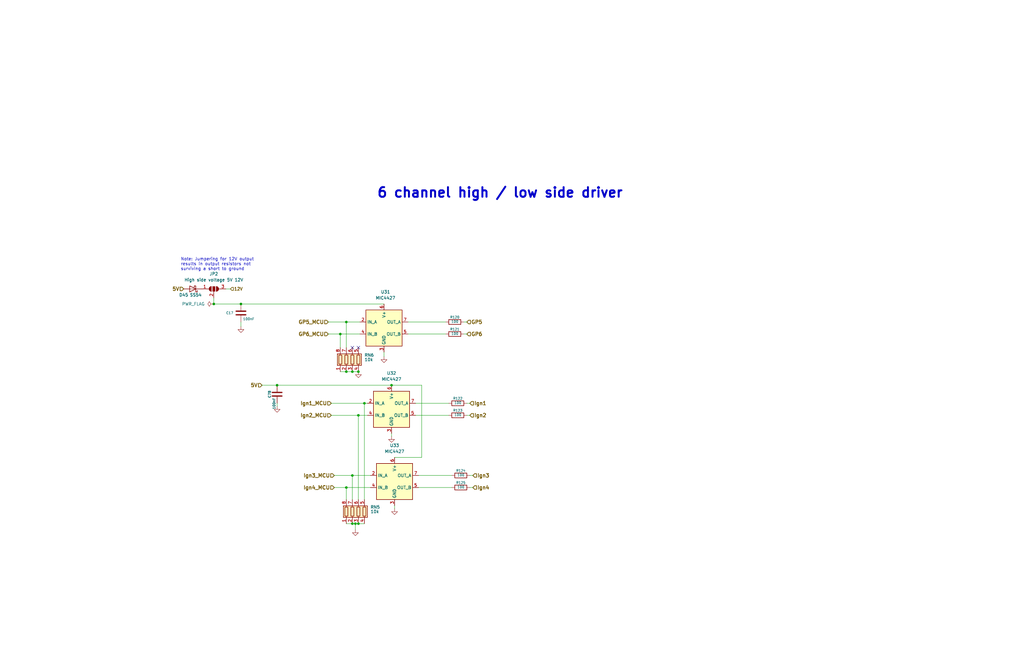
<source format=kicad_sch>
(kicad_sch (version 20211123) (generator eeschema)
  (paper "B")
  (title_block (title "microRusEFI-2L") (date "2022-05-04") (rev "R0.6.1RC") (company "rusEFI.com") (comment 1 "Donald Becker") (comment 2 "AI6OD") (comment 3 "by JRD McLAREN"))
  (lib_symbols
    (symbol "Device:C" (pin_numbers hide) (pin_names (offset 0.254))
      (property "Reference" "C" (at 0.635 2.54 0))
      (property "Value" "C" (at 0.635 -2.54 0))
      (symbol "C_0_1"
        (polyline (pts (xy -2.032 -0.762) (xy 2.032 -0.762)) (stroke (width 0.508)))
        (polyline (pts (xy -2.032 0.762) (xy 2.032 0.762)) (stroke (width 0.508)))
      )
      (symbol "C_1_1"
        (pin passive line (at 0 3.81 270) (length 2.794) (name "~") (number "1"))
        (pin passive line (at 0 -3.81 90) (length 2.794) (name "~") (number "2"))
      )
    )
    (symbol "Device:R" (pin_numbers hide) (pin_names (offset 0))
      (property "Reference" "R" (at 2.032 0 90))
      (property "Value" "R" (at 0 0 90))
      (symbol "R_0_1"
        (rectangle (start -1.016 -2.54) (end 1.016 2.54) (stroke (width 0.254)))
      )
      (symbol "R_1_1"
        (pin passive line (at 0 3.81 270) (length 1.27) (name "~") (number "1"))
        (pin passive line (at 0 -3.81 90) (length 1.27) (name "~") (number "2"))
      )
    )
    (symbol "Device:R_Pack04" (pin_names (offset 0) hide)
      (property "Reference" "RN" (at -7.62 0 90))
      (property "Value" "R_Pack04" (at 5.08 0 90))
      (symbol "R_Pack04_0_1"
        (rectangle (start -6.35 -2.413) (end 3.81 2.413) (stroke (width 0.254)) (fill (type background)))
        (rectangle (start -5.715 1.905) (end -4.445 -1.905) (stroke (width 0.254)))
        (rectangle (start -3.175 1.905) (end -1.905 -1.905) (stroke (width 0.254)))
        (rectangle (start -0.635 1.905) (end 0.635 -1.905) (stroke (width 0.254)))
        (polyline (pts (xy -5.08 -2.54) (xy -5.08 -1.905)))
        (polyline (pts (xy -5.08 1.905) (xy -5.08 2.54)))
        (polyline (pts (xy -2.54 -2.54) (xy -2.54 -1.905)))
        (polyline (pts (xy -2.54 1.905) (xy -2.54 2.54)))
        (polyline (pts (xy 0 -2.54) (xy 0 -1.905)))
        (polyline (pts (xy 0 1.905) (xy 0 2.54)))
        (polyline (pts (xy 2.54 -2.54) (xy 2.54 -1.905)))
        (polyline (pts (xy 2.54 1.905) (xy 2.54 2.54)))
        (rectangle (start 1.905 1.905) (end 3.175 -1.905) (stroke (width 0.254)))
      )
      (symbol "R_Pack04_1_1"
        (pin passive line (at -5.08 -5.08 90) (length 2.54) (name "R1.1") (number "1"))
        (pin passive line (at -2.54 -5.08 90) (length 2.54) (name "R2.1") (number "2"))
        (pin passive line (at 0 -5.08 90) (length 2.54) (name "R3.1") (number "3"))
        (pin passive line (at 2.54 -5.08 90) (length 2.54) (name "R4.1") (number "4"))
        (pin passive line (at 2.54 5.08 270) (length 2.54) (name "R4.2") (number "5"))
        (pin passive line (at 0 5.08 270) (length 2.54) (name "R3.2") (number "6"))
        (pin passive line (at -2.54 5.08 270) (length 2.54) (name "R2.2") (number "7"))
        (pin passive line (at -5.08 5.08 270) (length 2.54) (name "R1.2") (number "8"))
      )
    )
    (symbol "Diode:B340" (pin_numbers hide) (pin_names (offset 1.016) hide)
      (property "Reference" "D" (at 0 2.54 0))
      (property "Value" "B340" (at 0 -2.54 0))
      (symbol "B340_0_1"
        (polyline (pts (xy 1.27 0) (xy -1.27 0)))
        (polyline (pts (xy 1.27 1.27) (xy 1.27 -1.27) (xy -1.27 0) (xy 1.27 1.27)) (stroke (width 0.254)))
        (polyline (pts (xy -1.905 0.635) (xy -1.905 1.27) (xy -1.27 1.27) (xy -1.27 -1.27) (xy -0.635 -1.27) (xy -0.635 -0.635)) (stroke (width 0.254)))
      )
      (symbol "B340_1_1"
        (pin passive line (at -3.81 0 0) (length 2.54) (name "K") (number "1"))
        (pin passive line (at 3.81 0 180) (length 2.54) (name "A") (number "2"))
      )
    )
    (symbol "Driver_FET:MIC4427"
      (property "Reference" "U" (at -7.62 8.89 0))
      (property "Value" "MIC4427" (at 1.27 8.89 0))
      (symbol "MIC4427_0_1"
        (rectangle (start -7.62 -7.62) (end 7.62 7.62) (stroke (width 0.254)) (fill (type background)))
      )
      (symbol "MIC4427_1_1"
        (pin no_connect line (at -7.62 0 0) (length 2.54) hide (name "NC") (number "1"))
        (pin input line (at -10.16 2.54 0) (length 2.54) (name "IN_A") (number "2"))
        (pin power_in line (at 0 -10.16 90) (length 2.54) (name "GND") (number "3"))
        (pin input line (at -10.16 -2.54 0) (length 2.54) (name "IN_B") (number "4"))
        (pin output line (at 10.16 -2.54 180) (length 2.54) (name "OUT_B") (number "5"))
        (pin power_in line (at 0 10.16 270) (length 2.54) (name "V+") (number "6"))
        (pin output line (at 10.16 2.54 180) (length 2.54) (name "OUT_A") (number "7"))
        (pin no_connect line (at 7.62 0 180) (length 2.54) hide (name "NC") (number "8"))
      )
    )
    (symbol "Jumper:SolderJumper_3_Open" (pin_names (offset 0) hide)
      (property "Reference" "JP" (at -2.54 -2.54 0))
      (property "Value" "SolderJumper_3_Open" (at 0 2.794 0))
      (symbol "SolderJumper_3_Open_0_1"
        (arc (start -1.016 1.016) (mid -2.032 0) (end -1.016 -1.016))
        (arc (start -1.016 1.016) (mid -2.032 0) (end -1.016 -1.016) (fill (type outline)))
        (rectangle (start -0.508 1.016) (end 0.508 -1.016) (fill (type outline)))
        (polyline (pts (xy -2.54 0) (xy -2.032 0)))
        (polyline (pts (xy -1.016 1.016) (xy -1.016 -1.016)))
        (polyline (pts (xy 0 -1.27) (xy 0 -1.016)))
        (polyline (pts (xy 1.016 1.016) (xy 1.016 -1.016)))
        (polyline (pts (xy 2.54 0) (xy 2.032 0)))
        (arc (start 1.016 -1.016) (mid 2.032 0) (end 1.016 1.016))
        (arc (start 1.016 -1.016) (mid 2.032 0) (end 1.016 1.016) (fill (type outline)))
      )
      (symbol "SolderJumper_3_Open_1_1"
        (pin passive line (at -5.08 0 0) (length 2.54) (name "A") (number "1"))
        (pin input line (at 0 -3.81 90) (length 2.54) (name "C") (number "2"))
        (pin passive line (at 5.08 0 180) (length 2.54) (name "B") (number "3"))
      )
    )
    (symbol "power:GND" (power) (pin_names (offset 0))
      (property "Value" "GND" (at 0 -3.81 0))
      (symbol "GND_0_1"
        (polyline (pts (xy 0 0) (xy 0 -1.27) (xy 1.27 -1.27) (xy 0 -2.54) (xy -1.27 -1.27) (xy 0 -1.27)))
      )
      (symbol "GND_1_1"
        (pin power_in line (at 0 0 270) (length 0) hide (name "GND") (number "1"))
      )
    )
    (symbol "power:PWR_FLAG" (power) (pin_numbers hide) (pin_names (offset 0) hide)
      (property "Value" "PWR_FLAG" (at 0 3.81 0))
      (symbol "PWR_FLAG_0_0"
        (pin power_out line (at 0 0 90) (length 0) (name "pwr") (number "1"))
      )
      (symbol "PWR_FLAG_0_1"
        (polyline (pts (xy 0 0) (xy 0 1.27) (xy -1.016 1.905) (xy 0 2.54) (xy 1.016 1.905) (xy 0 1.27)))
      )
    )
  )
  (junction (at 116.84 162.56))
  (junction (at 148.59 156.845))
  (junction (at 151.13 220.98))
  (junction (at 151.13 156.845))
  (junction (at 143.51 140.97))
  (junction (at 149.86 220.98))
  (junction (at 165.1 162.56))
  (junction (at 146.05 135.89))
  (junction (at 101.6 128.27))
  (junction (at 146.05 156.845))
  (junction (at 151.13 175.26))
  (junction (at 153.67 170.18))
  (junction (at 90.17 128.27))
  (junction (at 146.05 205.74))
  (junction (at 148.59 220.98))
  (junction (at 148.59 200.66))
  (no_connect (at 148.59 146.685))
  (no_connect (at 151.13 146.685))
  (wire (pts (xy 146.05 205.74) (xy 156.21 205.74)))
  (wire (pts (xy 196.85 170.18) (xy 198.12 170.18)))
  (wire (pts (xy 198.12 200.66) (xy 199.39 200.66)))
  (wire (pts (xy 176.53 205.74) (xy 190.5 205.74)))
  (wire (pts (xy 90.17 128.27) (xy 101.6 128.27)))
  (wire (pts (xy 198.12 205.74) (xy 199.39 205.74)))
  (wire (pts (xy 95.25 121.92) (xy 97.155 121.92)))
  (wire (pts (xy 177.8 162.56) (xy 165.1 162.56)))
  (wire (pts (xy 161.925 148.59) (xy 161.925 150.495)))
  (wire (pts (xy 196.85 175.26) (xy 198.12 175.26)))
  (wire (pts (xy 172.085 135.89) (xy 187.96 135.89)))
  (wire (pts (xy 195.58 135.89) (xy 196.85 135.89)))
  (wire (pts (xy 148.59 200.66) (xy 148.59 210.82)))
  (wire (pts (xy 176.53 200.66) (xy 190.5 200.66)))
  (wire (pts (xy 138.43 140.97) (xy 143.51 140.97)))
  (wire (pts (xy 110.49 162.56) (xy 116.84 162.56)))
  (wire (pts (xy 139.7 170.18) (xy 153.67 170.18)))
  (wire (pts (xy 101.6 135.89) (xy 101.6 137.795)))
  (wire (pts (xy 166.37 213.36) (xy 166.37 214.63)))
  (wire (pts (xy 139.7 175.26) (xy 151.13 175.26)))
  (wire (pts (xy 143.51 140.97) (xy 143.51 146.685)))
  (wire (pts (xy 153.67 170.18) (xy 153.67 210.82)))
  (wire (pts (xy 140.97 205.74) (xy 146.05 205.74)))
  (wire (pts (xy 90.17 125.73) (xy 90.17 128.27)))
  (wire (pts (xy 175.26 170.18) (xy 189.23 170.18)))
  (wire (pts (xy 140.97 200.66) (xy 148.59 200.66)))
  (wire (pts (xy 165.1 182.88) (xy 165.1 184.15)))
  (wire (pts (xy 154.94 170.18) (xy 153.67 170.18)))
  (wire (pts (xy 138.43 135.89) (xy 146.05 135.89)))
  (wire (pts (xy 151.13 175.26) (xy 151.13 210.82)))
  (wire (pts (xy 116.84 162.56) (xy 165.1 162.56)))
  (wire (pts (xy 151.13 175.26) (xy 154.94 175.26)))
  (wire (pts (xy 146.05 205.74) (xy 146.05 210.82)))
  (wire (pts (xy 156.21 200.66) (xy 148.59 200.66)))
  (wire (pts (xy 143.51 140.97) (xy 151.765 140.97)))
  (wire (pts (xy 116.84 170.18) (xy 116.84 171.45)))
  (wire (pts (xy 148.59 156.845) (xy 151.13 156.845)))
  (wire (pts (xy 146.05 220.98) (xy 148.59 220.98)))
  (wire (pts (xy 151.13 220.98) (xy 153.67 220.98)))
  (wire (pts (xy 175.26 175.26) (xy 189.23 175.26)))
  (wire (pts (xy 151.765 135.89) (xy 146.05 135.89)))
  (wire (pts (xy 177.8 193.04) (xy 177.8 162.56)))
  (wire (pts (xy 143.51 156.845) (xy 146.05 156.845)))
  (wire (pts (xy 149.86 220.98) (xy 151.13 220.98)))
  (wire (pts (xy 166.37 193.04) (xy 177.8 193.04)))
  (wire (pts (xy 195.58 140.97) (xy 196.85 140.97)))
  (wire (pts (xy 101.6 128.27) (xy 161.925 128.27)))
  (wire (pts (xy 146.05 156.845) (xy 148.59 156.845)))
  (wire (pts (xy 172.085 140.97) (xy 187.96 140.97)))
  (wire (pts (xy 146.05 135.89) (xy 146.05 146.685)))
  (wire (pts (xy 149.86 220.98) (xy 149.86 223.52)))
  (wire (pts (xy 148.59 220.98) (xy 149.86 220.98)))
  (text "Note: Jumpering for 12V output\nresults in output resistors not\nsurviving a short to ground" (at 76.2 114.3 0) (effects (font (size 1.27 1.27)) (justify left bottom)))
  (text "6 channel high / low side driver" (at 158.75 83.82 0) (effects (font (size 4.064 4.064) (thickness 0.8128) bold) (justify left bottom)))
  (hierarchical_label "Ign1_MCU" (shape input) (at 139.7 170.18 180) (effects (font (size 1.524 1.524) (thickness 0.3048) bold)))
  (hierarchical_label "Ign2" (shape input) (at 198.12 175.26 0) (effects (font (size 1.524 1.524) (thickness 0.3048) bold)))
  (hierarchical_label "Ign3" (shape input) (at 199.39 200.66 0) (effects (font (size 1.524 1.524) (thickness 0.3048) bold)))
  (hierarchical_label "Ign3_MCU" (shape input) (at 140.97 200.66 180) (effects (font (size 1.524 1.524) (thickness 0.3048) bold)))
  (hierarchical_label "Ign1" (shape input) (at 198.12 170.18 0) (effects (font (size 1.524 1.524) (thickness 0.3048) bold)))
  (hierarchical_label "12V" (shape input) (at 97.155 121.92 0) (effects (font (thickness 0.254) bold)))
  (hierarchical_label "Ign2_MCU" (shape input) (at 139.7 175.26 180) (effects (font (size 1.524 1.524) (thickness 0.3048) bold)))
  (hierarchical_label "GP5" (shape input) (at 196.85 135.89 0) (effects (font (size 1.524 1.524) (thickness 0.3048) bold)))
  (hierarchical_label "5V" (shape input) (at 77.47 121.92 180) (effects (font (size 1.524 1.524) (thickness 0.3048) bold)))
  (hierarchical_label "Ign4_MCU" (shape input) (at 140.97 205.74 180) (effects (font (size 1.524 1.524) (thickness 0.3048) bold)))
  (hierarchical_label "GP6" (shape input) (at 196.85 140.97 0) (effects (font (size 1.524 1.524) (thickness 0.3048) bold)))
  (hierarchical_label "GP5_MCU" (shape input) (at 138.43 135.89 180) (effects (font (size 1.524 1.524) (thickness 0.3048) bold)))
  (hierarchical_label "Ign4" (shape input) (at 199.39 205.74 0) (effects (font (size 1.524 1.524) (thickness 0.3048) bold)))
  (hierarchical_label "GP6_MCU" (shape input) (at 138.43 140.97 180) (effects (font (size 1.524 1.524) (thickness 0.3048) bold)))
  (hierarchical_label "5V" (shape input) (at 110.49 162.56 180) (effects (font (size 1.524 1.524) (thickness 0.3048) bold)))
  (symbol (lib_id "power:GND") (at 149.86 223.52 0) (unit 1)
    (property "Reference" "#PWR0153" (effects hide))
    (property "Value" "GND" (effects hide))
  )
  (symbol (lib_id "Device:C") (at 116.84 166.37 0) (mirror y) (unit 1)
    (property "Reference" "C78" (at 113.665 166.37 90) (effects (font (size 1.016 1.016))))
    (property "Value" "100nF" (at 115.57 172.72 90) (effects (font (size 1.016 1.016)) (justify left)))
    (property "Footprint" "Capacitor_SMD:C_0603_1608Metric" (effects hide))
    (property "LCSC" "C14663" (effects hide))
    (property "Manufacturer" "KEMET" (effects hide))
    (property "Part #" "C0603C104J5RACTU" (effects hide))
    (property "VEND" "DIGI" (effects hide))
    (property "VEND#" "399-7844-1-ND" (effects hide))
  )
  (symbol (lib_id "power:GND") (at 116.84 171.45 0) (unit 1)
    (property "Reference" "#PWR0149" (effects hide))
    (property "Value" "GND" (effects hide))
  )
  (symbol (lib_id "Device:R") (at 191.77 135.89 270) (mirror x) (unit 1)
    (property "Reference" "R120" (at 191.77 133.858 90) (effects (font (size 1.016 1.016))))
    (property "Value" "100" (at 191.7954 135.7122 90) (effects (font (size 1.016 1.016))))
    (property "Footprint" "Resistor_SMD:R_1206_3216Metric" (effects hide))
    (property "Part #" "RMCF0603FT100R" (effects hide))
    (property "VEND" "DIGI" (effects hide))
    (property "VEND#" "RMCF0603FT100RCT-ND" (effects hide))
    (property "Manufacturer" "StackPole" (effects hide))
    (property "LCSC" "C17901" (effects hide))
  )
  (symbol (lib_id "power:GND") (at 161.925 150.495 0) (unit 1)
    (property "Reference" "#PWR0158" (effects hide))
    (property "Value" "GND" (effects hide))
  )
  (symbol (lib_id "power:GND") (at 151.13 156.845 0) (unit 1)
    (property "Reference" "#PWR0150" (effects hide))
    (property "Value" "GND" (effects hide))
  )
  (symbol (lib_id "Device:R") (at 191.77 140.97 270) (mirror x) (unit 1)
    (property "Reference" "R121" (at 191.77 138.938 90) (effects (font (size 1.016 1.016))))
    (property "Value" "100" (at 191.7954 140.7922 90) (effects (font (size 1.016 1.016))))
    (property "Footprint" "Resistor_SMD:R_1206_3216Metric" (effects hide))
    (property "Part #" "RMCF0603FT100R" (effects hide))
    (property "VEND" "DIGI" (effects hide))
    (property "VEND#" "RMCF0603FT100RCT-ND" (effects hide))
    (property "Manufacturer" "StackPole" (effects hide))
    (property "LCSC" "C17901" (effects hide))
  )
  (symbol (lib_id "Device:R") (at 193.04 170.18 270) (mirror x) (unit 1)
    (property "Reference" "R122" (at 193.04 168.148 90) (effects (font (size 1.016 1.016))))
    (property "Value" "100" (at 193.0654 170.0022 90) (effects (font (size 1.016 1.016))))
    (property "Footprint" "Resistor_SMD:R_1206_3216Metric" (effects hide))
    (property "Part #" "RMCF0603FT100R" (effects hide))
    (property "VEND" "DIGI" (effects hide))
    (property "VEND#" "RMCF0603FT100RCT-ND" (effects hide))
    (property "Manufacturer" "StackPole" (effects hide))
    (property "LCSC" "C17901" (effects hide))
  )
  (symbol (lib_id "Device:R") (at 193.04 175.26 270) (mirror x) (unit 1)
    (property "Reference" "R123" (at 193.04 173.228 90) (effects (font (size 1.016 1.016))))
    (property "Value" "100" (at 193.0654 175.0822 90) (effects (font (size 1.016 1.016))))
    (property "Footprint" "Resistor_SMD:R_1206_3216Metric" (effects hide))
    (property "Part #" "RMCF0603FT100R" (effects hide))
    (property "VEND" "DIGI" (effects hide))
    (property "VEND#" "RMCF0603FT100RCT-ND" (effects hide))
    (property "Manufacturer" "StackPole" (effects hide))
    (property "LCSC" "C17901" (effects hide))
  )
  (symbol (lib_id "Device:R") (at 194.31 200.66 270) (mirror x) (unit 1)
    (property "Reference" "R124" (at 194.31 198.628 90) (effects (font (size 1.016 1.016))))
    (property "Value" "100" (at 194.3354 200.4822 90) (effects (font (size 1.016 1.016))))
    (property "Footprint" "Resistor_SMD:R_1206_3216Metric" (effects hide))
    (property "Part #" "RMCF0603FT100R" (effects hide))
    (property "VEND" "DIGI" (effects hide))
    (property "VEND#" "RMCF0603FT100RCT-ND" (effects hide))
    (property "Manufacturer" "StackPole" (effects hide))
    (property "LCSC" "C17901" (effects hide))
  )
  (symbol (lib_id "Device:R") (at 194.31 205.74 270) (mirror x) (unit 1)
    (property "Reference" "R125" (at 194.31 203.708 90) (effects (font (size 1.016 1.016))))
    (property "Value" "100" (at 194.3354 205.5622 90) (effects (font (size 1.016 1.016))))
    (property "Footprint" "Resistor_SMD:R_1206_3216Metric" (effects hide))
    (property "Part #" "RMCF0603FT100R" (effects hide))
    (property "VEND" "DIGI" (effects hide))
    (property "VEND#" "RMCF0603FT100RCT-ND" (effects hide))
    (property "Manufacturer" "StackPole" (effects hide))
    (property "LCSC" "C17901" (effects hide))
  )
  (symbol (lib_id "Jumper:SolderJumper_3_Open") (at 90.17 121.92 0) (unit 1)
    (property "Reference" "JP2" (at 90.17 115.57 0))
    (property "Value" "High side voltage 5V 12V" (at 90.17 118.11 0))
    (property "Footprint" "Jumper:SolderJumper-3_P1.3mm_Open_Pad1.0x1.5mm" (effects hide))
  )
  (symbol (lib_id "Device:R_Pack04") (at 151.13 215.9 0) (unit 1)
    (property "Reference" "RN5" (at 156.21 213.995 0) (effects (justify left)))
    (property "Value" "10k" (at 156.21 215.9 0) (effects (justify left)))
    (property "Footprint" "Resistor_SMD:R_Array_Convex_4x0603" (effects hide))
    (property "LCSC" "C29718" (effects hide))
    (property "Manufacturer" "Yageo" (effects hide))
    (property "Part #" "YC164-JR-0710KL" (effects hide))
    (property "VEND" "DIGI" (effects hide))
    (property "VEND#" "YC164J-10KCT-ND" (effects hide))
  )
  (symbol (lib_id "Device:R_Pack04") (at 148.59 151.765 0) (unit 1)
    (property "Reference" "RN6" (at 153.67 149.86 0) (effects (justify left)))
    (property "Value" "10k" (at 153.67 151.765 0) (effects (justify left)))
    (property "Footprint" "Resistor_SMD:R_Array_Convex_4x0603" (effects hide))
    (property "LCSC" "C29718" (effects hide))
    (property "Manufacturer" "Yageo" (effects hide))
    (property "Part #" "YC164-JR-0710KL" (effects hide))
    (property "VEND" "DIGI" (effects hide))
    (property "VEND#" "YC164J-10KCT-ND" (effects hide))
  )
  (symbol (lib_id "Driver_FET:MIC4427") (at 161.925 138.43 0) (unit 1)
    (property "Reference" "U31" (at 162.56 123.19 0))
    (property "Value" "MIC4427" (at 162.56 125.73 0))
    (property "Footprint" "Package_SO:SOIC-8_3.9x4.9mm_P1.27mm" (effects hide))
    (property "Datasheet" "http://ww1.microchip.com/downloads/en/DeviceDoc/mic4426.pdf" (effects hide))
    (property "LCSC" "C144205" (effects hide))
  )
  (symbol (lib_id "Driver_FET:MIC4427") (at 166.37 203.2 0) (unit 1)
    (property "Reference" "U33" (at 166.37 187.96 0))
    (property "Value" "MIC4427" (at 166.37 190.5 0))
    (property "Footprint" "Package_SO:SOIC-8_3.9x4.9mm_P1.27mm" (effects hide))
    (property "Datasheet" "http://ww1.microchip.com/downloads/en/DeviceDoc/mic4426.pdf" (effects hide))
    (property "LCSC" "C144205" (effects hide))
  )
  (symbol (lib_id "power:GND") (at 166.37 214.63 0) (unit 1)
    (property "Reference" "#PWR0137" (effects hide))
    (property "Value" "GND" (effects hide))
  )
  (symbol (lib_id "Driver_FET:MIC4427") (at 165.1 172.72 0) (unit 1)
    (property "Reference" "U32" (at 165.1 157.48 0))
    (property "Value" "MIC4427" (at 165.1 160.02 0))
    (property "Footprint" "Package_SO:SOIC-8_3.9x4.9mm_P1.27mm" (effects hide))
    (property "Datasheet" "http://ww1.microchip.com/downloads/en/DeviceDoc/mic4426.pdf" (effects hide))
    (property "LCSC" "C144205" (effects hide))
  )
  (symbol (lib_id "power:GND") (at 165.1 184.15 0) (unit 1)
    (property "Reference" "#PWR0146" (effects hide))
    (property "Value" "GND" (effects hide))
  )
  (symbol (lib_id "power:PWR_FLAG") (at 90.17 128.27 90) (unit 1)
    (property "Reference" "#FLG0107" (effects hide))
    (property "Value" "PWR_FLAG" (at 86.36 128.27 90) (effects (justify left)))
  )
  (symbol (lib_id "Device:C") (at 101.6 132.08 0) (mirror y) (unit 1)
    (property "Reference" "C17" (at 98.425 132.08 0) (effects (font (size 1.016 1.016)) (justify left)))
    (property "Value" "100nF" (at 107.315 134.62 0) (effects (font (size 1.016 1.016)) (justify left)))
    (property "Footprint" "Capacitor_SMD:C_0603_1608Metric" (effects hide))
    (property "LCSC" "C14663" (effects hide))
    (property "Manufacturer" "KEMET" (effects hide))
    (property "Part #" "C0603C104J5RACTU" (effects hide))
    (property "VEND" "DIGI" (effects hide))
    (property "VEND#" "399-7844-1-ND" (effects hide))
  )
  (symbol (lib_id "power:GND") (at 101.6 137.795 0) (unit 1)
    (property "Reference" "#PWR0164" (effects hide))
    (property "Value" "GND" (effects hide))
  )
  (symbol (lib_id "Diode:B340") (at 81.28 121.92 180) (unit 1)
    (property "Reference" "D45" (at 77.47 124.46 0))
    (property "Value" "SS54" (at 82.55 124.46 0))
    (property "Footprint" "Diode_SMD:D_SMA" (effects hide))
    (property "Datasheet" "http://www.jameco.com/Jameco/Products/ProdDS/1538777.pdf" (effects hide))
    (property "LCSC" "C22452" (effects hide))
  )
)
</source>
